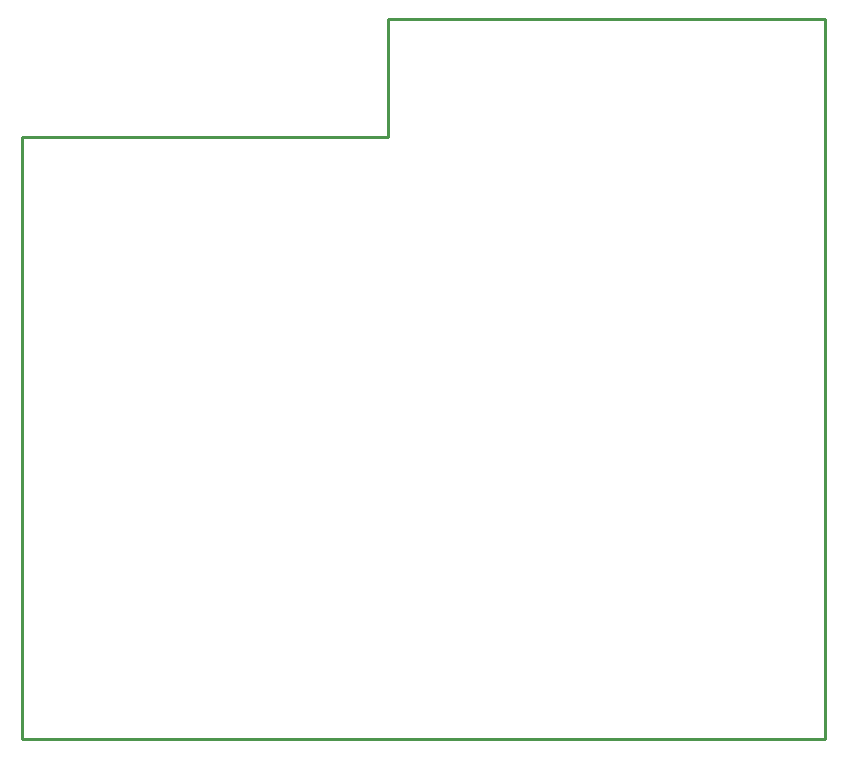
<source format=gbr>
%TF.GenerationSoftware,Altium Limited,Altium Designer,21.8.1 (53)*%
G04 Layer_Color=16711935*
%FSLAX43Y43*%
%MOMM*%
%TF.SameCoordinates,5F523219-7FD1-4E24-926C-018E4D8E6641*%
%TF.FilePolarity,Positive*%
%TF.FileFunction,Keep-out,Top*%
%TF.Part,Single*%
G01*
G75*
%TA.AperFunction,NonConductor*%
%ADD24C,0.254*%
D24*
X31000Y51000D02*
Y61000D01*
X68000D01*
Y0D02*
Y61000D01*
X0Y51000D02*
X31000D01*
X0Y0D02*
Y51000D01*
Y0D02*
X68000D01*
%TF.MD5,229b7049261ef95e29b5be2df8b0803f*%
M02*

</source>
